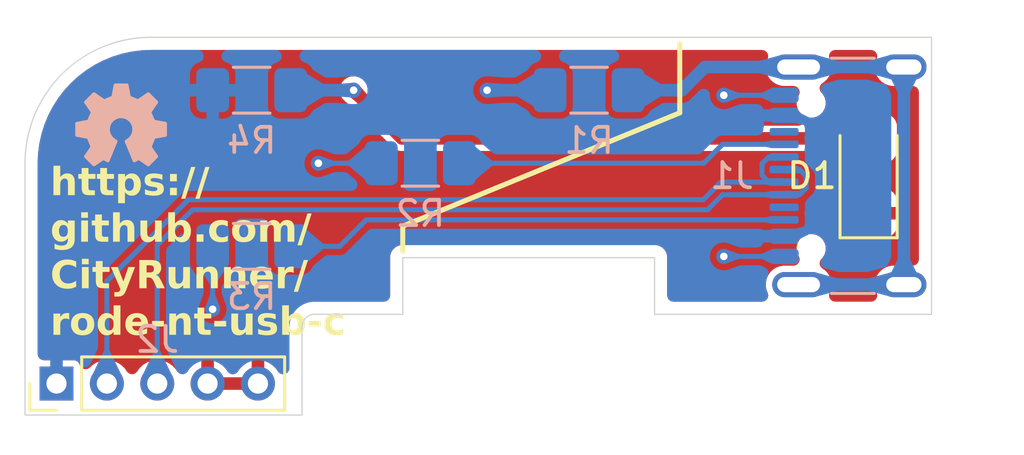
<source format=kicad_pcb>
(kicad_pcb (version 20241229) (generator "pcbnew") (generator_version "9.0")
  (layers (0 "F.Cu" signal) (2 "B.Cu" signal) (13 "F.Paste" user) (15 "B.Paste" user) (5 "F.SilkS" user "F.Silkscreen") (7 "B.SilkS" user "B.Silkscreen") (1 "F.Mask" user) (3 "B.Mask" user) (25 "Edge.Cuts" user))
  (net 0 "")
  (net 1 "+5V")
  (net 2 "D-")
  (net 3 "D+")
  (net 4 "Net-(J1-SHIELD)")
  (net 5 "GND")
  (net 7 "Net-(J1-CC2)")
  (net 8 "Net-(J1-CC1)")
  (net 10 "Net-(D1-A)")
  (footprint "LED_SMD:LED_1206_3216Metric_Pad1.42x1.75mm_HandSolder" (layer "F.Cu") (at 109.5 59 90)
    (property "Reference" "D1" (at 0 -2.25 180) (layer "F.SilkS"))
    (property "Value" "LED")
    (fp_line (start 1.6 -1.135) (end -2.46 -1.135) (stroke (width 0.12)) (layer "F.SilkS"))
    (fp_line (start -2.46 -1.135) (end -2.46 1.135) (stroke (width 0.12)) (layer "F.SilkS"))
    (fp_line (start -2.46 1.135) (end 1.6 1.135) (stroke (width 0.12)) (layer "F.SilkS"))
    (pad "1" smd roundrect (at -1.4875 0 90) (size 1.425 1.75) (layers "F.Cu" "F.Mask" "F.Paste") (roundrect_rratio 0.175439) (net 5 "GND"))
    (pad "2" smd roundrect (at 1.4875 0 90) (size 1.425 1.75) (layers "F.Cu" "F.Mask" "F.Paste") (roundrect_rratio 0.175439) (net 10 "Net-(D1-A)"))
  )
  (footprint "Connector_PinHeader_2.00mm:PinHeader_1x05_P2.00mm_Vertical" (layer "F.Cu") (at 77.25 67.25 90)
    (property "Reference" "J2" (at 1.75 4 0) (layer "B.SilkS") (effects (justify mirror)))
    (property "Value" "Conn_01x05_Pin")
    (fp_line (start -1.06 -1.06) (end 0 -1.06) (stroke (width 0.12)) (layer "F.SilkS"))
    (fp_line (start -1.06 0) (end -1.06 -1.06) (stroke (width 0.12)) (layer "F.SilkS"))
    (fp_line (start 1.06 1) (end 1.06 9.06) (stroke (width 0.12)) (layer "F.SilkS"))
    (fp_line (start -1.06 1) (end 1.06 1) (stroke (width 0.12)) (layer "F.SilkS"))
    (fp_line (start -1.06 1) (end -1.06 9.06) (stroke (width 0.12)) (layer "F.SilkS"))
    (fp_line (start -1.06 9.06) (end 1.06 9.06) (stroke (width 0.12)) (layer "F.SilkS"))
    (pad "1" thru_hole rect (at 0 0 90) (size 1.35 1.35) (drill 0.8) (layers "*.Cu" "*.Mask") (net 1 "+5V"))
    (pad "2" thru_hole oval (at 0 2 90) (size 1.35 1.35) (drill 0.8) (layers "*.Cu" "*.Mask") (net 2 "D-"))
    (pad "3" thru_hole oval (at 0 4 90) (size 1.35 1.35) (drill 0.8) (layers "*.Cu" "*.Mask") (net 3 "D+"))
    (pad "4" thru_hole oval (at 0 6 90) (size 1.35 1.35) (drill 0.8) (layers "*.Cu" "*.Mask") (net 5 "GND"))
    (pad "5" thru_hole oval (at 0 8 90) (size 1.35 1.35) (drill 0.8) (layers "*.Cu" "*.Mask") (net 5 "GND"))
  )
  (footprint "Connector_USB:USB_C_Receptacle_GCT_USB4105-xx-A_16P_TopMnt_Horizontal" (layer "B.Cu") (at 109.825 59 -90)
    (property "Reference" "J1" (at 0 5.75 0) (layer "B.SilkS") (effects (justify mirror)))
    (property "Value" "USB_C_Receptacle")
    (fp_line (start -4.67 0.1) (end -4.67 1.8) (stroke (width 0.12)) (layer "B.SilkS"))
    (fp_line (start 4.67 0.1) (end 4.67 1.8) (stroke (width 0.12)) (layer "B.SilkS"))
    (pad "" np_thru_hole circle (at -2.89 2.605 270) (size 0.65 0.65) (drill 0.65) (layers "*.Cu" "*.Mask"))
    (pad "" np_thru_hole circle (at 2.89 2.605 270) (size 0.65 0.65) (drill 0.65) (layers "*.Cu" "*.Mask"))
    (pad "A1" smd roundrect (at -3.2 3.68 270) (size 0.6 1.15) (layers "B.Cu" "B.Mask" "B.Paste") (net 5 "GND"))
    (pad "A4" smd roundrect (at -2.4 3.68 270) (size 0.6 1.15) (layers "B.Cu" "B.Mask" "B.Paste") (net 1 "+5V"))
    (pad "A5" smd roundrect (at -1.25 3.68 270) (size 0.3 1.15) (layers "B.Cu" "B.Mask" "B.Paste") (net 8 "Net-(J1-CC1)"))
    (pad "A6" smd roundrect (at -0.25 3.68 270) (size 0.3 1.15) (layers "B.Cu" "B.Mask" "B.Paste") (net 3 "D+"))
    (pad "A7" smd roundrect (at 0.25 3.68 270) (size 0.3 1.15) (layers "B.Cu" "B.Mask" "B.Paste") (net 2 "D-"))
    (pad "A8" smd roundrect (at 1.25 3.68 270) (size 0.3 1.15) (layers "B.Cu" "B.Mask" "B.Paste"))
    (pad "A9" smd roundrect (at 2.4 3.68 270) (size 0.6 1.15) (layers "B.Cu" "B.Mask" "B.Paste") (net 1 "+5V"))
    (pad "A12" smd roundrect (at 3.2 3.68 270) (size 0.6 1.15) (layers "B.Cu" "B.Mask" "B.Paste") (net 5 "GND"))
    (pad "B1" smd roundrect (at 3.2 3.68 270) (size 0.6 1.15) (layers "B.Cu" "B.Mask" "B.Paste") (net 5 "GND"))
    (pad "B4" smd roundrect (at 2.4 3.68 270) (size 0.6 1.15) (layers "B.Cu" "B.Mask" "B.Paste") (net 1 "+5V"))
    (pad "B5" smd roundrect (at 1.75 3.68 270) (size 0.3 1.15) (layers "B.Cu" "B.Mask" "B.Paste") (net 7 "Net-(J1-CC2)"))
    (pad "B6" smd roundrect (at 0.75 3.68 270) (size 0.3 1.15) (layers "B.Cu" "B.Mask" "B.Paste") (net 3 "D+"))
    (pad "B7" smd roundrect (at -0.75 3.68 270) (size 0.3 1.15) (layers "B.Cu" "B.Mask" "B.Paste") (net 2 "D-"))
    (pad "B8" smd roundrect (at -1.75 3.68 270) (size 0.3 1.15) (layers "B.Cu" "B.Mask" "B.Paste"))
    (pad "B9" smd roundrect (at -2.4 3.68 270) (size 0.6 1.15) (layers "B.Cu" "B.Mask" "B.Paste") (net 1 "+5V"))
    (pad "B12" smd roundrect (at -3.2 3.68 270) (size 0.6 1.15) (layers "B.Cu" "B.Mask" "B.Paste") (net 5 "GND"))
    (pad "S1" thru_hole oval (at -4.32 -1.075 270) (size 1 1.8) (drill oval 0.6 1.4) (property pad_prop_heatsink) (layers "*.Cu" "*.Mask" "B.Paste") (net 4 "Net-(J1-SHIELD)"))
    (pad "S1" thru_hole oval (at -4.32 3.105 270) (size 1 2.1) (drill oval 0.6 1.7) (property pad_prop_heatsink) (layers "*.Cu" "*.Mask" "B.Paste") (net 4 "Net-(J1-SHIELD)"))
    (pad "S1" thru_hole oval (at 4.32 -1.075 270) (size 1 1.8) (drill oval 0.6 1.4) (property pad_prop_heatsink) (layers "*.Cu" "*.Mask" "B.Paste") (net 4 "Net-(J1-SHIELD)"))
    (pad "S1" thru_hole oval (at 4.32 3.105 270) (size 1 2.1) (drill oval 0.6 1.7) (property pad_prop_heatsink) (layers "*.Cu" "*.Mask" "B.Paste") (net 4 "Net-(J1-SHIELD)"))
  )
  (footprint "Resistor_SMD:R_1206_3216Metric_Pad1.30x1.75mm_HandSolder" (layer "B.Cu") (at 85 61.8 180)
    (property "Reference" "R3" (at 0 -2 0) (layer "B.SilkS") (effects (justify mirror)))
    (property "Value" "5.11K")
    (fp_line (start -0.727064 0.91) (end 0.727064 0.91) (stroke (width 0.12)) (layer "B.SilkS"))
    (fp_line (start -0.727064 -0.91) (end 0.727064 -0.91) (stroke (width 0.12)) (layer "B.SilkS"))
    (pad "1" smd roundrect (at -1.55 0 180) (size 1.3 1.75) (layers "B.Cu" "B.Mask" "B.Paste") (roundrect_rratio 0.192308) (net 7 "Net-(J1-CC2)"))
    (pad "2" smd roundrect (at 1.55 0 180) (size 1.3 1.75) (layers "B.Cu" "B.Mask" "B.Paste") (roundrect_rratio 0.192308) (net 5 "GND"))
  )
  (footprint "Resistor_SMD:R_1206_3216Metric_Pad1.30x1.75mm_HandSolder" (layer "B.Cu") (at 91.7 58.5 180)
    (property "Reference" "R2" (at 0 -2 0) (layer "B.SilkS") (effects (justify mirror)))
    (property "Value" "5.11K")
    (fp_line (start -0.727064 0.91) (end 0.727064 0.91) (stroke (width 0.12)) (layer "B.SilkS"))
    (fp_line (start -0.727064 -0.91) (end 0.727064 -0.91) (stroke (width 0.12)) (layer "B.SilkS"))
    (pad "1" smd roundrect (at -1.55 0 180) (size 1.3 1.75) (layers "B.Cu" "B.Mask" "B.Paste") (roundrect_rratio 0.192308) (net 8 "Net-(J1-CC1)"))
    (pad "2" smd roundrect (at 1.55 0 180) (size 1.3 1.75) (layers "B.Cu" "B.Mask" "B.Paste") (roundrect_rratio 0.192308) (net 5 "GND"))
  )
  (footprint "Resistor_SMD:R_1206_3216Metric_Pad1.30x1.75mm_HandSolder" (layer "B.Cu") (at 85 55.6 180)
    (property "Reference" "R4" (at 0 -2 0) (layer "B.SilkS") (effects (justify mirror)))
    (property "Value" "R")
    (fp_line (start -0.727064 0.91) (end 0.727064 0.91) (stroke (width 0.12)) (layer "B.SilkS"))
    (fp_line (start -0.727064 -0.91) (end 0.727064 -0.91) (stroke (width 0.12)) (layer "B.SilkS"))
    (pad "1" smd roundrect (at -1.55 0 180) (size 1.3 1.75) (layers "B.Cu" "B.Mask" "B.Paste") (roundrect_rratio 0.192308) (net 10 "Net-(D1-A)"))
    (pad "2" smd roundrect (at 1.55 0 180) (size 1.3 1.75) (layers "B.Cu" "B.Mask" "B.Paste") (roundrect_rratio 0.192308) (net 1 "+5V"))
  )
  (footprint "Resistor_SMD:R_1206_3216Metric_Pad1.30x1.75mm_HandSolder" (layer "B.Cu") (at 98.4 55.6 180)
    (property "Reference" "R1" (at 0 -2 0) (layer "B.SilkS") (effects (justify mirror)))
    (property "Value" "1M")
    (fp_line (start -0.727064 0.91) (end 0.727064 0.91) (stroke (width 0.12)) (layer "B.SilkS"))
    (fp_line (start -0.727064 -0.91) (end 0.727064 -0.91) (stroke (width 0.12)) (layer "B.SilkS"))
    (pad "1" smd roundrect (at -1.55 0 180) (size 1.3 1.75) (layers "B.Cu" "B.Mask" "B.Paste") (roundrect_rratio 0.192308) (net 4 "Net-(J1-SHIELD)"))
    (pad "2" smd roundrect (at 1.55 0 180) (size 1.3 1.75) (layers "B.Cu" "B.Mask" "B.Paste") (roundrect_rratio 0.192308) (net 5 "GND"))
  )
  (gr_poly (pts (xy 107.5 57) (xy 106.5 56.5) (xy 105.5 56.5) (xy 107.5 57)) (stroke (width 0.25)) (fill yes) (layer "B.Cu") (net 1))
  (gr_poly (pts (xy 105.5 61.5) (xy 107.5 61) (xy 106.5 61.5)) (stroke (width 0.25)) (fill yes) (layer "B.Cu") (net 1))
  (gr_line (start 102 53.75) (end 102 56.5) (stroke (width 0.2)) (layer "F.SilkS"))
  (gr_line (start 91 61) (end 91 62) (stroke (width 0.2)) (layer "F.SilkS"))
  (gr_line (start 102 56.5) (end 91 61) (stroke (width 0.2)) (layer "F.SilkS"))
  (gr_line (start 80.146077 55.851498) (end 80.062336 55.401627) (stroke (width 0.1)) (layer "B.SilkS"))
  (gr_line (start 78.751167 58.567023) (end 79.096131 58.330247) (stroke (width 0.1)) (layer "B.SilkS"))
  (gr_line (start 80.973243 56.492372) (end 80.97536 56.458743) (stroke (width 0.1)) (layer "B.SilkS"))
  (gr_line (start 80.057811 57.59153) (end 80.019738 57.61484) (stroke (width 0.1)) (layer "B.SilkS"))
  (gr_line (start 79.096131 58.330247) (end 79.129204 58.329109) (stroke (width 0.1)) (layer "B.SilkS"))
  (gr_curve (pts (xy 79.548674 57.573089) (xy 79.411328 57.485141) (xy 79.320206 57.331286) (xy 79.320206 57.156079)) (stroke (width 0.1)) (layer "B.SilkS"))
  (gr_line (start 79.306342 58.401129) (end 79.620032 57.643177) (stroke (width 0.1)) (layer "B.SilkS"))
  (gr_line (start 80.909426 58.564271) (end 81.226 58.24775) (stroke (width 0.1)) (layer "B.SilkS"))
  (gr_line (start 80.039132 55.382339) (end 79.591457 55.382339) (stroke (width 0.1)) (layer "B.SilkS"))
  (gr_line (start 81.142894 57.479532) (end 81.567154 57.40058) (stroke (width 0.1)) (layer "B.SilkS"))
  (gr_curve (pts (xy 81.228778 56.089385) (xy 81.234837 56.080495) (xy 81.233647 56.066975) (xy 81.226 56.059328)) (stroke (width 0.1)) (layer "B.SilkS"))
  (gr_line (start 79.610824 57.61484) (end 79.572751 57.59153) (stroke (width 0.1)) (layer "B.SilkS"))
  (gr_curve (pts (xy 80.019738 57.61484) (xy 80.010583 57.620476) (xy 80.006403 57.633202) (xy 80.01053 57.643177)) (stroke (width 0.1)) (layer "B.SilkS"))
  (gr_line (start 78.721137 55.742807) (end 78.404589 56.059328) (stroke (width 0.1)) (layer "B.SilkS"))
  (gr_line (start 79.160795 56.000379) (end 79.127008 55.997945) (stroke (width 0.1)) (layer "B.SilkS"))
  (gr_line (start 78.063356 57.400554) (end 78.487615 57.479506) (stroke (width 0.1)) (layer "B.SilkS"))
  (gr_line (start 78.512804 57.50181) (end 78.645254 57.832672) (stroke (width 0.1)) (layer "B.SilkS"))
  (gr_line (start 80.501332 58.329136) (end 80.534405 58.330273) (stroke (width 0.1)) (layer "B.SilkS"))
  (gr_line (start 80.879449 55.740029) (end 80.503608 55.997945) (stroke (width 0.1)) (layer "B.SilkS"))
  (gr_curve (pts (xy 79.320206 57.156079) (xy 79.320206 56.882659) (xy 79.541874 56.661017) (xy 79.815268 56.661017)) (stroke (width 0.1)) (layer "B.SilkS"))
  (gr_line (start 81.226 56.059328) (end 80.909479 55.742807) (stroke (width 0.1)) (layer "B.SilkS"))
  (gr_curve (pts (xy 80.062336 55.401627) (xy 80.060378 55.391017) (xy 80.049927 55.382339) (xy 80.039132 55.382339)) (stroke (width 0.1)) (layer "B.SilkS"))
  (gr_line (start 81.117732 57.501836) (end 81.142894 57.479532) (stroke (width 0.1)) (layer "B.SilkS"))
  (gr_line (start 78.655255 56.458743) (end 78.657346 56.492372) (stroke (width 0.1)) (layer "B.SilkS"))
  (gr_curve (pts (xy 78.401758 58.21764) (xy 78.395673 58.22653) (xy 78.396916 58.240077) (xy 78.404536 58.247723)) (stroke (width 0.1)) (layer "B.SilkS"))
  (gr_line (start 79.462341 55.876951) (end 79.160795 56.000379) (stroke (width 0.1)) (layer "B.SilkS"))
  (gr_poly (pts (xy 80.040143 55.382364) (xy 80.04115 55.382439) (xy 80.042152 55.382562) (xy 80.043148 55.382733) (xy 80.044136 55.382949) (xy 80.045114 55.38321) (xy 80.046082 55.383514) (xy 80.047036 55.383861) (xy 80.047977 55.384248) (xy 80.048903 55.384676) (xy 80.049811 55.385141) (xy 80.050702 55.385644) (xy 80.051572 55.386183) (xy 80.052421 55.386757) (xy 80.053246 55.387365) (xy 80.054048 55.388004) (xy 80.054824 55.388675) (xy 80.055572 55.389376) (xy 80.056291 55.390105) (xy 80.05698 55.390862) (xy 80.057637 55.391645) (xy 80.058261 55.392452) (xy 80.05885 55.393284) (xy 80.059402 55.394137) (xy 80.059917 55.395012) (xy 80.060393 55.395907) (xy 80.060827 55.396821) (xy 80.06122 55.397752) (xy 80.061568 55.3987) (xy 80.061871 55.399662) (xy 80.062128 55.400638) (xy 80.062336 55.401627) (xy 80.146077 55.851498) (xy 80.146288 55.852495) (xy 80.146545 55.853495) (xy 80.147189 55.855499) (xy 80.147997 55.857497) (xy 80.148958 55.859475) (xy 80.15006 55.861421) (xy 80.151293 55.863321) (xy 80.152644 55.865163) (xy 80.154104 55.866933) (xy 80.155659 55.868619) (xy 80.1573 55.870207) (xy 80.159015 55.871684) (xy 80.160792 55.873037) (xy 80.162621 55.874254) (xy 80.16449 55.87532) (xy 80.165435 55.875793) (xy 80.166387 55.876224) (xy 80.167343 55.87661) (xy 80.168302 55.876951) (xy 80.469821 56.000379) (xy 80.471694 56.001204) (xy 80.473681 56.001893) (xy 80.475763 56.002447) (xy 80.477924 56.002867) (xy 80.480146 56.003156) (xy 80.482411 56.003313) (xy 80.484702 56.003341) (xy 80.487002 56.00324) (xy 80.489293 56.003012) (xy 80.491557 56.002657) (xy 80.493777 56.002177) (xy 80.495936 56.001574) (xy 80.498016 56.000847) (xy 80.5 56) (xy 80.50187 55.999032) (xy 80.503608 55.997945) (xy 80.879449 55.740029) (xy 80.880295 55.739478) (xy 80.881167 55.738969) (xy 80.882062 55.738503) (xy 80.882978 55.73808) (xy 80.883913 55.737699) (xy 80.884866 55.737361) (xy 80.885834 55.737064) (xy 80.886816 55.73681) (xy 80.88781 55.736597) (xy 80.888813 55.736425) (xy 80.890841 55.736206) (xy 80.892885 55.736151) (xy 80.89493 55.736259) (xy 80.896961 55.736528) (xy 80.898961 55.736956) (xy 80.900916 55.737544) (xy 80.901872 55.737896) (xy 80.902811 55.738288) (xy 80.903731 55.738718) (xy 80.90463 55.739188) (xy 80.905506 55.739696) (xy 80.906358 55.740242) (xy 80.907183 55.740826) (xy 80.907979 55.741449) (xy 80.908745 55.742109) (xy 80.909479 55.742807) (xy 81.226 56.059328) (xy 81.226698 56.060062) (xy 81.227358 56.060828) (xy 81.22798 56.061625) (xy 81.228563 56.062451) (xy 81.229109 56.063303) (xy 81.229615 56.06418) (xy 81.230512 56.066) (xy 81.231253 56.067897) (xy 81.231837 56.069855) (xy 81.232263 56.071858) (xy 81.232529 56.07389) (xy 81.232634 56.075938) (xy 81.232578 56.077984) (xy 81.232359 56.080015) (xy 81.231975 56.082013) (xy 81.231427 56.083965) (xy 81.23109 56.084919) (xy 81.230712 56.085855) (xy 81.230292 56.086771) (xy 81.229829 56.087666) (xy 81.229325 56.088538) (xy 81.228778 56.089385) (xy 80.97536 56.458743) (xy 80.97427 56.460489) (xy 80.973303 56.462362) (xy 80.972459 56.464345) (xy 80.97174 56.46642) (xy 80.971147 56.468571) (xy 80.970681 56.470781) (xy 80.970343 56.473033) (xy 80.970134 56.47531) (xy 80.970056 56.477594) (xy 80.970109 56.479869) (xy 80.970294 56.482118) (xy 80.970612 56.484323) (xy 80.971065 56.486468) (xy 80.971654 56.488536) (xy 80.97238 56.49051) (xy 80.973243 56.492372) (xy 81.106567 56.803416) (xy 81.107328 56.805326) (xy 81.108265 56.807218) (xy 81.109362 56.809082) (xy 81.110608 56.810906) (xy 81.111989 56.812678) (xy 81.113492 56.814388) (xy 81.115103 56.816024) (xy 81.11681 56.817575) (xy 81.118599 56.819029) (xy 81.120457 56.820375) (xy 81.12237 56.821603) (xy 81.124326 56.8227) (xy 81.126312 56.823656) (xy 81.128313 56.824459) (xy 81.130317 56.825098) (xy 81.132311 56.825562) (xy 81.567259 56.906445) (xy 81.568246 56.906658) (xy 81.56922 56.906918) (xy 81.57018 56.907226) (xy 81.571126 56.907578) (xy 81.572055 56.907973) (xy 81.572967 56.90841) (xy 81.57386 56.908888) (xy 81.574733 56.909405) (xy 81.576416 56.91055) (xy 81.578003 56.911834) (xy 81.579487 56.913244) (xy 81.580856 56.914769) (xy 81.5821 56.916398) (xy 81.583211 56.918118) (xy 81.584177 56.919917) (xy 81.584603 56.920843) (xy 81.584989 56.921785) (xy 81.585334 56.922741) (xy 81.585636 56.923709) (xy 81.585895 56.924689) (xy 81.58611 56.925678) (xy 81.586278 56.926675) (xy 81.586399 56.927679) (xy 81.586472 56.928688) (xy 81.586495 56.929701) (xy 81.586442 57.37735) (xy 81.586416 57.378361) (xy 81.586341 57.379369) (xy 81.586218 57.380372) (xy 81.586047 57.381368) (xy 81.58583 57.382357) (xy 81.585569 57.383337) (xy 81.585264 57.384306) (xy 81.584916 57.385262) (xy 81.584528 57.386205) (xy 81.5841 57.387132) (xy 81.583633 57.388043) (xy 81.583129 57.388935) (xy 81.58259 57.389807) (xy 81.582015 57.390658) (xy 81.581407 57.391486) (xy 81.580766 57.392289) (xy 81.580095 57.393066) (xy 81.579394 57.393816) (xy 81.578664 57.394537) (xy 81.577907 57.395228) (xy 81.577125 57.395886) (xy 81.576317 57.396511) (xy 81.575486 57.397101) (xy 81.574632 57.397654) (xy 81.573758 57.398169) (xy 81.572864 57.398644) (xy 81.571951 57.399079) (xy 81.571021 57.39947) (xy 81.570075 57.399818) (xy 81.569114 57.40012) (xy 81.56814 57.400374) (xy 81.567154 57.40058) (xy 81.142894 57.479532) (xy 81.141895 57.479737) (xy 81.140895 57.479988) (xy 81.139893 57.480284) (xy 81.138893 57.480623) (xy 81.136901 57.481426) (xy 81.134933 57.482385) (xy 81.133001 57.483488) (xy 81.131117 57.484724) (xy 81.129294 57.486082) (xy 81.127545 57.487549) (xy 81.125882 57.489114) (xy 81.124319 57.490766) (xy 81.122868 57.492492) (xy 81.121541 57.494281) (xy 81.120351 57.496122) (xy 81.119311 57.498002) (xy 81.118434 57.499911) (xy 81.11806 57.500872) (xy 81.117732 57.501836) (xy 80.985282 57.832698) (xy 80.984463 57.83458) (xy 80.983779 57.836573) (xy 80.983231 57.83866) (xy 80.982817 57.840823) (xy 80.982534 57.843046) (xy 80.982383 57.845311) (xy 80.982361 57.847601) (xy 80.982467 57.849899) (xy 80.9827 57.852187) (xy 80.983059 57.854448) (xy 80.983542 57.856665) (xy 80.984147 57.858821) (xy 80.984874 57.860898) (xy 80.985721 57.862879) (xy 80.986686 57.864747) (xy 80.987769 57.866485) (xy 81.228778 58.217667) (xy 81.229329 58.218513) (xy 81.229838 58.219386) (xy 81.230303 58.220281) (xy 81.230727 58.221198) (xy 81.231107 58.222135) (xy 81.231446 58.223089) (xy 81.231743 58.224059) (xy 81.231997 58.225042) (xy 81.23221 58.226038) (xy 81.232382 58.227043) (xy 81.232601 58.229076) (xy 81.232656 58.231125) (xy 81.232548 58.233175) (xy 81.232279 58.23521) (xy 81.23185 58.237215) (xy 81.231263 58.239175) (xy 81.230911 58.240133) (xy 81.230519 58.241074) (xy 81.230088 58.241995) (xy 81.229619 58.242896) (xy 81.229111 58.243774) (xy 81.228565 58.244626) (xy 81.227981 58.245452) (xy 81.227358 58.24625) (xy 81.226698 58.247016) (xy 81.226 58.24775) (xy 80.909426 58.564271) (xy 80.908697 58.564964) (xy 80.907935 58.56562) (xy 80.907142 58.566238) (xy 80.90632 58.566819) (xy 80.905471 58.567362) (xy 80.904596 58.567866) (xy 80.90278 58.56876) (xy 80.900886 58.5695) (xy 80.898931 58.570084) (xy 80.896929 58.570511) (xy 80.894897 58.57078) (xy 80.892849 58.570888) (xy 80.890802 58.570835) (xy 80.88877 58.570619) (xy 80.88677 58.570239) (xy 80.884817 58.569693) (xy 80.883863 58.569358) (xy 80.882927 58.568981) (xy 80.88201 58.568561) (xy 80.881114 58.5681) (xy 80.880242 58.567596) (xy 80.879396 58.567049) (xy 80.534405 58.330273) (xy 80.532671 58.329194) (xy 80.530814 58.328247) (xy 80.52885 58.327434) (xy 80.526797 58.326754) (xy 80.524671 58.326209) (xy 80.52249 58.325797) (xy 80.52027 58.325521) (xy 80.518028 58.325379) (xy 80.515781 58.325372) (xy 80.513546 58.325501) (xy 80.511339 58.325765) (xy 80.509179 58.326166) (xy 80.507081 58.326703) (xy 80.505063 58.327377) (xy 80.503141 58.328188) (xy 80.501332 58.329136) (xy 80.349197 58.410363) (xy 80.348287 58.410795) (xy 80.34737 58.411176) (xy 80.346447 58.411504) (xy 80.345519 58.411782) (xy 80.344589 58.412008) (xy 80.343657 58.412185) (xy 80.342726 58.412313) (xy 80.341796 58.412392) (xy 80.340871 58.412422) (xy 80.33995 58.412405) (xy 80.339036 58.412341) (xy 80.33813 58.412231) (xy 80.337234 58.412074) (xy 80.33635 58.411872) (xy 80.335478 58.411626) (xy 80.334622 58.411335) (xy 80.333781 58.411001) (xy 80.332958 58.410624) (xy 80.332155 58.410204) (xy 80.331372 58.409743) (xy 80.330613 58.40924) (xy 80.329877 58.408697) (xy 80.329167 58.408113) (xy 80.328484 58.40749) (xy 80.32783 58.406829) (xy 80.327206 58.406129) (xy 80.326615 58.405391) (xy 80.326057 58.404616) (xy 80.325535 58.403804) (xy 80.325049 58.402956) (xy 80.324601 58.402073) (xy 80.324194 58.401155) (xy 80.01053 57.643177) (xy 80.010167 57.642234) (xy 80.009853 57.641277) (xy 80.009586 57.640307) (xy 80.009365 57.639327) (xy 80.009191 57.638337) (xy 80.009063 57.637341) (xy 80.008979 57.636339) (xy 80.00894 57.635334) (xy 80.008945 57.634327) (xy 80.008993 57.63332) (xy 80.009083 57.632315) (xy 80.009216 57.631314) (xy 80.00939 57.630318) (xy 80.009604 57.629329) (xy 80.009859 57.62835) (xy 80.010153 57.627381) (xy 80.010486 57.626426) (xy 80.010858 57.625484) (xy 80.011267 57.624559) (xy 80.011713 57.623653) (xy 80.012196 57.622766) (xy 80.012714 57.6219) (xy 80.013268 57.621059) (xy 80.013856 57.620243) (xy 80.014479 57.619453) (xy 80.015135 57.618693) (xy 80.015823 57.617964) (xy 80.016544 57.617267) (xy 80.017297 57.616604) (xy 80.01808 57.615977) (xy 80.018894 57.615389) (xy 80.019738 57.61484) (xy 80.057811 57.59153) (xy 80.060552 57.589785) (xy 80.063477 57.587793) (xy 80.066533 57.585598) (xy 80.069665 57.583242) (xy 80.072815 57.58077) (xy 80.075931 57.578225) (xy 80.078956 57.57565) (xy 80.081835 57.573089) (xy 80.107039 57.555837) (xy 80.131093 57.537106) (xy 80.153931 57.516961) (xy 80.175487 57.495467) (xy 80.195696 57.472689) (xy 80.214492 57.448693) (xy 80.23181 57.423543) (xy 80.247584 57.397306) (xy 80.261747 57.370047) (xy 80.274236 57.34183) (xy 80.284983 57.312721) (xy 80.293923 57.282785) (xy 80.300991 57.252088) (xy 80.306121 57.220694) (xy 80.309247 57.188669) (xy 80.310303 57.156079) (xy 80.309659 57.130603) (xy 80.307747 57.105461) (xy 80.304599 57.080685) (xy 80.300246 57.056305) (xy 80.294718 57.032354) (xy 80.288047 57.008861) (xy 80.280264 56.985858) (xy 80.2714 56.963377) (xy 80.261486 56.941447) (xy 80.250554 56.920101) (xy 80.238634 56.899369) (xy 80.225757 56.879283) (xy 80.211955 56.859874) (xy 80.197259 56.841172) (xy 80.1817 56.823209) (xy 80.165308 56.806016) (xy 80.148116 56.789624) (xy 80.130154 56.774064) (xy 80.111453 56.759367) (xy 80.092044 56.745565) (xy 80.071959 56.732688) (xy 80.051228 56.720768) (xy 80.029883 56.709835) (xy 80.007955 56.699921) (xy 79.985475 56.691057) (xy 79.962474 56.683274) (xy 79.938983 56.676603) (xy 79.915033 56.671075) (xy 79.890655 56.666721) (xy 79.865881 56.663573) (xy 79.840742 56.661661) (xy 79.815268 56.661017) (xy 79.789794 56.661661) (xy 79.764654 56.663573) (xy 79.73988 56.666721) (xy 79.715502 56.671075) (xy 79.691551 56.676603) (xy 79.668059 56.683274) (xy 79.645057 56.691057) (xy 79.622576 56.699921) (xy 79.600647 56.709835) (xy 79.579301 56.720768) (xy 79.55857 56.732688) (xy 79.538483 56.745565) (xy 79.519073 56.759367) (xy 79.500371 56.774064) (xy 79.482408 56.789624) (xy 79.465214 56.806016) (xy 79.448821 56.823209) (xy 79.433261 56.841172) (xy 79.418563 56.859874) (xy 79.40476 56.879283) (xy 79.391883 56.899369) (xy 79.379962 56.920101) (xy 79.369028 56.941447) (xy 79.359113 56.963377) (xy 79.350249 56.985858) (xy 79.342465 57.008861) (xy 79.335793 57.032354) (xy 79.330265 57.056305) (xy 79.325911 57.080685) (xy 79.322762 57.105461) (xy 79.32085 57.130603) (xy 79.320206 57.156079) (xy 79.320472 57.172441) (xy 79.321263 57.188669) (xy 79.322572 57.204757) (xy 79.32439 57.220694) (xy 79.326709 57.236474) (xy 79.329521 57.252088) (xy 79.332817 57.267527) (xy 79.33659 57.282785) (xy 79.340831 57.297852) (xy 79.345532 57.312721) (xy 79.350684 57.327383) (xy 79.35628 57.34183) (xy 79.362312 57.356054) (xy 79.36877 57.370047) (xy 79.382935 57.397306) (xy 79.39871 57.423544) (xy 79.416028 57.448693) (xy 79.434825 57.472689) (xy 79.455033 57.495467) (xy 79.476588 57.516961) (xy 79.499424 57.537106) (xy 79.523474 57.555837) (xy 79.548674 57.573089) (xy 79.551569 57.57565) (xy 79.554605 57.578225) (xy 79.557727 57.58077) (xy 79.560881 57.583242) (xy 79.564014 57.585598) (xy 79.567073 57.587793) (xy 79.570003 57.589785) (xy 79.572751 57.59153) (xy 79.610824 57.61484) (xy 79.611673 57.615389) (xy 79.612491 57.615977) (xy 79.613278 57.616604) (xy 79.614034 57.617267) (xy 79.614758 57.617964) (xy 79.615449 57.618693) (xy 79.616732 57.620243) (xy 79.617877 57.6219) (xy 79.618879 57.623653) (xy 79.619735 57.625484) (xy 79.620439 57.627381) (xy 79.620986 57.629329) (xy 79.621372 57.631314) (xy 79.621592 57.63332) (xy 79.621641 57.635334) (xy 79.621514 57.637341) (xy 79.621383 57.638337) (xy 79.621207 57.639327) (xy 79.620984 57.640307) (xy 79.620714 57.641277) (xy 79.620397 57.642234) (xy 79.620032 57.643177) (xy 79.306342 58.401129) (xy 79.305935 58.402047) (xy 79.305487 58.40293) (xy 79.305001 58.403778) (xy 79.304478 58.40459) (xy 79.303919 58.405366) (xy 79.303327 58.406105) (xy 79.302703 58.406805) (xy 79.302048 58.407468) (xy 79.301365 58.408092) (xy 79.300654 58.408676) (xy 79.299917 58.40922) (xy 79.299157 58.409723) (xy 79.298373 58.410186) (xy 79.297569 58.410606) (xy 79.296746 58.410984) (xy 79.295904 58.411319) (xy 79.295047 58.41161) (xy 79.294175 58.411857) (xy 79.29329 58.412059) (xy 79.292394 58.412216) (xy 79.291488 58.412327) (xy 79.290574 58.412391) (xy 79.289654 58.412408) (xy 79.288728 58.412377) (xy 79.287799 58.412297) (xy 79.286869 58.412169) (xy 79.285938 58.411991) (xy 79.285009 58.411763) (xy 79.284083 58.411484) (xy 79.283162 58.411154) (xy 79.282246 58.410771) (xy 79.281339 58.410337) (xy 79.129204 58.329109) (xy 79.127399 58.328162) (xy 79.125481 58.327352) (xy 79.123465 58.326679) (xy 79.121368 58.326143) (xy 79.119208 58.325744) (xy 79.117002 58.325481) (xy 79.114766 58.325354) (xy 79.112518 58.325362) (xy 79.110275 58.325505) (xy 79.108053 58.325783) (xy 79.10587 58.326194) (xy 79.103743 58.326739) (xy 79.101688 58.327418) (xy 79.099723 58.328229) (xy 79.097865 58.329172) (xy 79.096131 58.330247) (xy 78.751167 58.567023) (xy 78.750318 58.567569) (xy 78.749444 58.568073) (xy 78.748546 58.568535) (xy 78.747628 58.568954) (xy 78.74669 58.569332) (xy 78.745735 58.569667) (xy 78.744765 58.569961) (xy 78.74378 58.570213) (xy 78.742785 58.570423) (xy 78.74178 58.570593) (xy 78.739748 58.570808) (xy 78.7377 58.570862) (xy 78.735652 58.570753) (xy 78.73362 58.570485) (xy 78.731618 58.570058) (xy 78.729662 58.569474) (xy 78.728706 58.569124) (xy 78.727767 58.568734) (xy 78.726848 58.568306) (xy 78.72595 58.56784) (xy 78.725074 58.567335) (xy 78.724224 58.566793) (xy 78.7234 58.566212) (xy 78.722606 58.565594) (xy 78.721842 58.564938) (xy 78.72111 58.564245) (xy 78.404536 58.247723) (xy 78.403841 58.24699) (xy 78.403182 58.246223) (xy 78.402562 58.245426) (xy 78.40198 58.2446) (xy 78.401435 58.243747) (xy 78.400929 58.24287) (xy 78.400032 58.241047) (xy 78.39929 58.239149) (xy 78.398704 58.237189) (xy 78.398276 58.235184) (xy 78.398008 58.233148) (xy 78.3979 58.231098) (xy 78.397954 58.229049) (xy 78.398171 58.227017) (xy 78.398553 58.225016) (xy 78.399102 58.223063) (xy 78.399439 58.222108) (xy 78.399818 58.221172) (xy 78.400239 58.220255) (xy 78.400703 58.219359) (xy 78.401209 58.218487) (xy 78.401758 58.21764) (xy 78.642741 57.866459) (xy 78.643832 57.864721) (xy 78.644805 57.862853) (xy 78.645658 57.860872) (xy 78.646389 57.858795) (xy 78.646998 57.856639) (xy 78.647482 57.854422) (xy 78.647842 57.852161) (xy 78.648075 57.849873) (xy 78.648181 57.847575) (xy 78.648159 57.845285) (xy 78.648006 57.84302) (xy 78.647723 57.840797) (xy 78.647307 57.838634) (xy 78.646758 57.836547) (xy 78.646074 57.834554) (xy 78.645254 57.832672) (xy 78.512804 57.50181) (xy 78.512478 57.500846) (xy 78.512105 57.499885) (xy 78.51123 57.497976) (xy 78.51019 57.496095) (xy 78.508998 57.494255) (xy 78.507668 57.492465) (xy 78.506213 57.490739) (xy 78.504645 57.489088) (xy 78.502978 57.487523) (xy 78.501224 57.486056) (xy 78.499397 57.484698) (xy 78.497509 57.483462) (xy 78.495573 57.482358) (xy 78.493603 57.481399) (xy 78.491611 57.480597) (xy 78.489611 57.479962) (xy 78.488612 57.479711) (xy 78.487615 57.479506) (xy 78.063356 57.400554) (xy 78.062367 57.400348) (xy 78.061391 57.400094) (xy 78.060429 57.399792) (xy 78.059481 57.399444) (xy 78.05855 57.399052) (xy 78.057636 57.398618) (xy 78.056741 57.398143) (xy 78.055866 57.397628) (xy 78.055012 57.397074) (xy 78.054181 57.396485) (xy 78.052591 57.395201) (xy 78.051105 57.39379) (xy 78.049733 57.392263) (xy 78.048486 57.390631) (xy 78.047373 57.388909) (xy 78.046405 57.387106) (xy 78.04559 57.385236) (xy 78.045243 57.384279) (xy 78.044939 57.383311) (xy 78.044678 57.382331) (xy 78.044462 57.381342) (xy 78.044291 57.380345) (xy 78.044168 57.379342) (xy 78.044093 57.378335) (xy 78.044068 57.377324) (xy 78.044041 56.929675) (xy 78.044067 56.928664) (xy 78.044141 56.927657) (xy 78.044264 56.926655) (xy 78.044434 56.92566) (xy 78.04465 56.924673) (xy 78.04491 56.923695) (xy 78.045214 56.922728) (xy 78.04556 56.921774) (xy 78.045946 56.920834) (xy 78.046373 56.919909) (xy 78.046838 56.919001) (xy 78.04734 56.918111) (xy 78.047878 56.917241) (xy 78.048451 56.916393) (xy 78.049058 56.915567) (xy 78.049697 56.914766) (xy 78.050367 56.91399) (xy 78.051067 56.913242) (xy 78.051796 56.912522) (xy 78.052553 56.911832) (xy 78.053335 56.911174) (xy 78.054143 56.910549) (xy 78.054975 56.909959) (xy 78.055829 56.909405) (xy 78.056704 56.908888) (xy 78.0576 56.90841) (xy 78.058515 56.907973) (xy 78.059447 56.907577) (xy 78.060396 56.907226) (xy 78.06136 56.906918) (xy 78.062338 56.906658) (xy 78.06333 56.906445) (xy 78.498252 56.825562) (xy 78.499251 56.825352) (xy 78.500255 56.825098) (xy 78.502266 56.824459) (xy 78.504273 56.823656) (xy 78.506263 56.8227) (xy 78.508222 56.821603) (xy 78.510137 56.820375) (xy 78.511995 56.819029) (xy 78.513783 56.817575) (xy 78.515488 56.816024) (xy 78.517097 56.814388) (xy 78.518596 56.812678) (xy 78.519973 56.810906) (xy 78.521215 56.809082) (xy 78.522308 56.807218) (xy 78.523239 56.805326) (xy 78.52364 56.804372) (xy 78.523996 56.803416) (xy 78.657346 56.492372) (xy 78.658204 56.49051) (xy 78.658926 56.488536) (xy 78.659512 56.486468) (xy 78.659962 56.484323) (xy 78.660279 56.482118) (xy 78.660463 56.479869) (xy 78.660516 56.477594) (xy 78.660438 56.47531) (xy 78.660231 56.473033) (xy 78.659896 56.470781) (xy 78.659433 56.468571) (xy 78.658845 56.46642) (xy 78.658132 56.464345) (xy 78.657295 56.462362) (xy 78.656336 56.460489) (xy 78.655255 56.458743) (xy 78.401811 56.089385) (xy 78.40126 56.088538) (xy 78.400751 56.087666) (xy 78.400286 56.086771) (xy 78.399863 56.085855) (xy 78.399483 56.084919) (xy 78.399145 56.083965) (xy 78.398849 56.082996) (xy 78.398595 56.082013) (xy 78.398383 56.081019) (xy 78.398212 56.080015) (xy 78.397995 56.077984) (xy 78.397942 56.075938) (xy 78.398051 56.07389) (xy 78.398321 56.071858) (xy 78.39875 56.069855) (xy 78.399337 56.067897) (xy 78.39969 56.06694) (xy 78.400081 56.066) (xy 78.400511 56.06508) (xy 78.400979 56.06418) (xy 78.401486 56.063303) (xy 78.402031 56.062451) (xy 78.402614 56.061625) (xy 78.403235 56.060828) (xy 78.403893 56.060062) (xy 78.404589 56.059328) (xy 78.721137 55.742807) (xy 78.721868 55.742109) (xy 78.722632 55.741449) (xy 78.723427 55.740826) (xy 78.72425 55.740242) (xy 78.725101 55.739696) (xy 78.725976 55.739188) (xy 78.727794 55.738288) (xy 78.729689 55.737544) (xy 78.731645 55.736957) (xy 78.733647 55.736528) (xy 78.735679 55.736259) (xy 78.737727 55.736151) (xy 78.739774 55.736206) (xy 78.741806 55.736425) (xy 78.743807 55.73681) (xy 78.745762 55.737361) (xy 78.746717 55.737699) (xy 78.747655 55.73808) (xy 78.748573 55.738503) (xy 78.74947 55.738969) (xy 78.750345 55.739478) (xy 78.751194 55.740029) (xy 79.127008 55.997945) (xy 79.128741 55.999032) (xy 79.130607 56) (xy 79.132587 56.000847) (xy 79.134664 56.001574) (xy 79.136821 56.002177) (xy 79.13904 56.002657) (xy 79.141303 56.003012) (xy 79.143594 56.00324) (xy 79.145894 56.003341) (xy 79.148186 56.003313) (xy 79.150453 56.003156) (xy 79.152677 56.002868) (xy 79.15484 56.002447) (xy 79.156926 56.001893) (xy 79.158917 56.001204) (xy 79.160795 56.000379) (xy 79.462341 55.876951) (xy 79.46426 55.876224) (xy 79.46616 55.87532) (xy 79.468031 55.874254) (xy 79.469861 55.873037) (xy 79.471639 55.871684) (xy 79.473354 55.870207) (xy 79.474994 55.868619) (xy 79.476549 55.866933) (xy 79.478006 55.865163) (xy 79.479356 55.863321) (xy 79.480587 55.861421) (xy 79.481688 55.859475) (xy 79.482647 55.857497) (xy 79.483454 55.855499) (xy 79.484097 55.853495) (xy 79.484565 55.851498) (xy 79.56828 55.401627) (xy 79.568488 55.400638) (xy 79.568744 55.399662) (xy 79.569048 55.3987) (xy 79.569396 55.397752) (xy 79.569788 55.396821) (xy 79.570223 55.395907) (xy 79.570698 55.395012) (xy 79.571213 55.394137) (xy 79.571765 55.393284) (xy 79.572354 55.392452) (xy 79.573634 55.390862) (xy 79.575042 55.389376) (xy 79.576564 55.388004) (xy 79.57819 55.386757) (xy 79.579908 55.385644) (xy 79.581704 55.384676) (xy 79.582628 55.384248) (xy 79.583568 55.383861) (xy 79.584521 55.383514) (xy 79.585487 55.38321) (xy 79.586464 55.382949) (xy 79.58745 55.382733) (xy 79.588444 55.382562) (xy 79.589444 55.382439) (xy 79.590449 55.382364) (xy 79.591457 55.382339) (xy 80.039132 55.382339)) (stroke (width -0.000001)) (fill yes) (layer "B.SilkS"))
  (gr_curve (pts (xy 78.72111 58.564245) (xy 78.72873 58.571838) (xy 78.74225 58.573081) (xy 78.751167 58.567023)) (stroke (width 0.1)) (layer "B.SilkS"))
  (gr_line (start 78.401811 56.089385) (end 78.655255 56.458743) (stroke (width 0.1)) (layer "B.SilkS"))
  (gr_curve (pts (xy 78.751194 55.740029) (xy 78.742277 55.733917) (xy 78.728757 55.735161) (xy 78.721137 55.742807)) (stroke (width 0.1)) (layer "B.SilkS"))
  (gr_line (start 80.985282 57.832698) (end 81.117732 57.501836) (stroke (width 0.1)) (layer "B.SilkS"))
  (gr_curve (pts (xy 81.586495 56.929701) (xy 81.586521 56.91888) (xy 81.577843 56.908456) (xy 81.567259 56.906445)) (stroke (width 0.1)) (layer "B.SilkS"))
  (gr_curve (pts (xy 78.06333 56.906445) (xy 78.052693 56.908456) (xy 78.044041 56.91888) (xy 78.044041 56.929675)) (stroke (width 0.1)) (layer "B.SilkS"))
  (gr_curve (pts (xy 78.044068 57.377324) (xy 78.044068 57.388119) (xy 78.052746 57.398623) (xy 78.063356 57.400554)) (stroke (width 0.1)) (layer "B.SilkS"))
  (gr_line (start 81.586442 57.37735) (end 81.586495 56.929701) (stroke (width 0.1)) (layer "B.SilkS"))
  (gr_line (start 79.129204 58.329109) (end 79.281339 58.410337) (stroke (width 0.1)) (layer "B.SilkS"))
  (gr_curve (pts (xy 80.324194 58.401155) (xy 80.328321 58.41113) (xy 80.33954 58.415258) (xy 80.349197 58.410363)) (stroke (width 0.1)) (layer "B.SilkS"))
  (gr_curve (pts (xy 80.310303 57.156079) (xy 80.310303 57.331286) (xy 80.219207 57.485141) (xy 80.081835 57.573089)) (stroke (width 0.1)) (layer "B.SilkS"))
  (gr_line (start 80.01053 57.643177) (end 80.324194 58.401155) (stroke (width 0.1)) (layer "B.SilkS"))
  (gr_line (start 79.56828 55.401627) (end 79.484565 55.851498) (stroke (width 0.1)) (layer "B.SilkS"))
  (gr_line (start 78.642741 57.866459) (end 78.401758 58.21764) (stroke (width 0.1)) (layer "B.SilkS"))
  (gr_line (start 80.534405 58.330273) (end 80.879396 58.567049) (stroke (width 0.1)) (layer "B.SilkS"))
  (gr_line (start 80.987769 57.866485) (end 80.985282 57.832698) (stroke (width 0.1)) (layer "B.SilkS"))
  (gr_line (start 78.498252 56.825562) (end 78.06333 56.906445) (stroke (width 0.1)) (layer "B.SilkS"))
  (gr_curve (pts (xy 79.591457 55.382339) (xy 79.580689 55.382339) (xy 79.570237 55.391017) (xy 79.56828 55.401627)) (stroke (width 0.1)) (layer "B.SilkS"))
  (gr_line (start 81.106567 56.803416) (end 80.973243 56.492372) (stroke (width 0.1)) (layer "B.SilkS"))
  (gr_line (start 78.044041 56.929675) (end 78.044068 57.377324) (stroke (width 0.1)) (layer "B.SilkS"))
  (gr_line (start 78.657346 56.492372) (end 78.523996 56.803416) (stroke (width 0.1)) (layer "B.SilkS"))
  (gr_line (start 80.503608 55.997945) (end 80.469821 56.000379) (stroke (width 0.1)) (layer "B.SilkS"))
  (gr_line (start 79.127008 55.997945) (end 78.751194 55.740029) (stroke (width 0.1)) (layer "B.SilkS"))
  (gr_curve (pts (xy 80.909479 55.742807) (xy 80.901832 55.735161) (xy 80.888339 55.733917) (xy 80.879449 55.740029)) (stroke (width 0.1)) (layer "B.SilkS"))
  (gr_line (start 78.487615 57.479506) (end 78.512804 57.50181) (stroke (width 0.1)) (layer "B.SilkS"))
  (gr_line (start 78.523996 56.803416) (end 78.498252 56.825562) (stroke (width 0.1)) (layer "B.SilkS"))
  (gr_line (start 80.97536 56.458743) (end 81.228778 56.089385) (stroke (width 0.1)) (layer "B.SilkS"))
  (gr_line (start 80.349197 58.410363) (end 80.501332 58.329136) (stroke (width 0.1)) (layer "B.SilkS"))
  (gr_line (start 78.404536 58.247723) (end 78.72111 58.564245) (stroke (width 0.1)) (layer "B.SilkS"))
  (gr_curve (pts (xy 78.404589 56.059328) (xy 78.396969 56.066975) (xy 78.395699 56.080495) (xy 78.401811 56.089385)) (stroke (width 0.1)) (layer "B.SilkS"))
  (gr_line (start 81.132311 56.825562) (end 81.106567 56.803416) (stroke (width 0.1)) (layer "B.SilkS"))
  (gr_curve (pts (xy 79.815268 56.661017) (xy 80.088662 56.661017) (xy 80.310303 56.882659) (xy 80.310303 57.156079)) (stroke (width 0.1)) (layer "B.SilkS"))
  (gr_curve (pts (xy 81.226 58.24775) (xy 81.233646 58.240103) (xy 81.234889 58.226557) (xy 81.228778 58.217667)) (stroke (width 0.1)) (layer "B.SilkS"))
  (gr_line (start 81.228778 58.217667) (end 80.987769 57.866485) (stroke (width 0.1)) (layer "B.SilkS"))
  (gr_line (start 79.572751 57.59153) (end 79.548674 57.573089) (stroke (width 0.1)) (layer "B.SilkS"))
  (gr_curve (pts (xy 80.879396 58.567049) (xy 80.888285 58.573108) (xy 80.901832 58.571864) (xy 80.909426 58.564271)) (stroke (width 0.1)) (layer "B.SilkS"))
  (gr_line (start 80.168302 55.876951) (end 80.146077 55.851498) (stroke (width 0.1)) (layer "B.SilkS"))
  (gr_curve (pts (xy 79.281339 58.410337) (xy 79.29097 58.415258) (xy 79.302215 58.411104) (xy 79.306342 58.401129)) (stroke (width 0.1)) (layer "B.SilkS"))
  (gr_curve (pts (xy 79.620032 57.643177) (xy 79.624186 57.633202) (xy 79.620032 57.620476) (xy 79.610824 57.61484)) (stroke (width 0.1)) (layer "B.SilkS"))
  (gr_line (start 81.567259 56.906445) (end 81.132311 56.825562) (stroke (width 0.1)) (layer "B.SilkS"))
  (gr_line (start 79.484565 55.851498) (end 79.462341 55.876951) (stroke (width 0.1)) (layer "B.SilkS"))
  (gr_line (start 80.081835 57.573089) (end 80.057811 57.59153) (stroke (width 0.1)) (layer "B.SilkS"))
  (gr_curve (pts (xy 81.567154 57.40058) (xy 81.577737 57.398649) (xy 81.586442 57.388145) (xy 81.586442 57.37735)) (stroke (width 0.1)) (layer "B.SilkS"))
  (gr_line (start 78.645254 57.832672) (end 78.642741 57.866459) (stroke (width 0.1)) (layer "B.SilkS"))
  (gr_line (start 80.469821 56.000379) (end 80.168302 55.876951) (stroke (width 0.1)) (layer "B.SilkS"))
  (gr_line (start 76 68.5) (end 76 58.5) (stroke (width 0.05)) (layer "Edge.Cuts"))
  (gr_line (start 87 68.5) (end 76 68.5) (stroke (width 0.05)) (layer "Edge.Cuts"))
  (gr_arc (start 76 58.5) (mid 77.464466 54.964466) (end 81 53.5) (stroke (width 0.05)) (layer "Edge.Cuts"))
  (gr_line (start 112 64.5) (end 101 64.5) (stroke (width 0.05)) (layer "Edge.Cuts"))
  (gr_line (start 112 53.5) (end 112 64.5) (stroke (width 0.05)) (layer "Edge.Cuts"))
  (gr_line (start 87 65) (end 87 68.5) (stroke (width 0.05)) (layer "Edge.Cuts"))
  (gr_arc (start 87 65) (mid 87.146447 64.646447) (end 87.5 64.5) (stroke (width 0.05)) (layer "Edge.Cuts"))
  (gr_line (start 91 62.25) (end 101 62.25) (stroke (width 0.05)) (layer "Edge.Cuts"))
  (gr_line (start 91 64.5) (end 91 62.25) (stroke (width 0.05)) (layer "Edge.Cuts"))
  (gr_line (start 81 53.5) (end 112 53.5) (stroke (width 0.05)) (layer "Edge.Cuts"))
  (gr_line (start 87.5 64.5) (end 91 64.5) (stroke (width 0.05)) (layer "Edge.Cuts"))
  (gr_line (start 101 62.25) (end 101 64.5) (stroke (width 0.05)) (layer "Edge.Cuts"))
  (gr_text "https://\ngithub.com/\nCityRunner/\nrode-nt-usb-c" (at 77 65.5 0) (layer "F.SilkS") (effects (font (size 1.1 1.1) (thickness 0.2) (bold yes)) (justify left bottom)))
  (segment (start 105.269 58.982824) (end 105.269 58.517176) (width 0.2) (layer "B.Cu") (net 2))
  (segment (start 79.25 63.1829) (end 82.4849 59.948) (width 0.2) (layer "B.Cu") (net 2))
  (segment (start 105.536176 58.25) (end 106.145 58.25) (width 0.2) (layer "B.Cu") (net 2))
  (segment (start 105.536176 59.25) (end 105.269 58.982824) (width 0.2) (layer "B.Cu") (net 2))
  (segment (start 103.6329 59.25) (end 106.145 59.25) (width 0.2) (layer "B.Cu") (net 2))
  (segment (start 106.145 59.25) (end 105.536176 59.25) (width 0.2) (layer "B.Cu") (net 2))
  (segment (start 102.9349 59.948) (end 103.6329 59.25) (width 0.2) (layer "B.Cu") (net 2))
  (segment (start 79.25 67.25) (end 79.25 63.1829) (width 0.2) (layer "B.Cu") (net 2))
  (segment (start 82.4849 59.948) (end 102.9349 59.948) (width 0.2) (layer "B.Cu") (net 2))
  (segment (start 105.269 58.517176) (end 105.536176 58.25) (width 0.2) (layer "B.Cu") (net 2))
  (segment (start 106.753824 58.75) (end 106.145 58.75) (width 0.2) (layer "B.Cu") (net 3))
  (segment (start 103.101 60.349) (end 103.7 59.75) (width 0.2) (layer "B.Cu") (net 3))
  (segment (start 107.021 59.017176) (end 106.753824 58.75) (width 0.2) (layer "B.Cu") (net 3))
  (segment (start 107.021 59.482824) (end 107.021 59.017176) (width 0.2) (layer "B.Cu") (net 3))
  (segment (start 106.753824 59.75) (end 107.021 59.482824) (width 0.2) (layer "B.Cu") (net 3))
  (segment (start 81.25 67.25) (end 81.25 61.75) (width 0.2) (layer "B.Cu") (net 3))
  (segment (start 106.145 59.75) (end 106.753824 59.75) (width 0.2) (layer "B.Cu") (net 3))
  (segment (start 103.7 59.75) (end 106.145 59.75) (width 0.2) (layer "B.Cu") (net 3))
  (segment (start 82.651 60.349) (end 103.101 60.349) (width 0.2) (layer "B.Cu") (net 3))
  (segment (start 81.25 61.75) (end 82.651 60.349) (width 0.2) (layer "B.Cu") (net 3))
  (segment (start 103 54.68) (end 102.08 55.6) (width 0.5) (layer "B.Cu") (net 4))
  (segment (start 102.08 55.6) (end 99.95 55.6) (width 0.5) (layer "B.Cu") (net 4))
  (segment (start 110.9 54.68) (end 106.72 54.68) (width 0.5) (layer "B.Cu") (net 4))
  (segment (start 106.72 63.32) (end 110.9 63.32) (width 0.5) (layer "B.Cu") (net 4))
  (segment (start 106.72 54.68) (end 103 54.68) (width 0.5) (layer "B.Cu") (net 4))
  (segment (start 110.9 63.32) (end 110.9 54.68) (width 0.5) (layer "B.Cu") (net 4))
  (via (at 87.65 58.5) (size 0.6) (drill 0.3) (layers "F.Cu" "B.Cu") (net 5))
  (via (at 94.35 55.6) (size 0.6) (drill 0.3) (layers "F.Cu" "B.Cu") (net 5))
  (via (at 83.45 64.3) (size 0.6) (drill 0.3) (layers "F.Cu" "B.Cu") (net 5))
  (via (at 103.75 55.8) (size 0.6) (drill 0.3) (layers "F.Cu" "B.Cu") (net 5))
  (via (at 103.75 62.2) (size 0.6) (drill 0.3) (layers "F.Cu" "B.Cu") (net 5))
  (segment (start 106.145 62.2) (end 103.75 62.2) (width 0.2) (layer "B.Cu") (net 5))
  (segment (start 87.65 58.5) (end 90.15 58.5) (width 0.2) (layer "B.Cu") (net 5))
  (segment (start 106.145 55.8) (end 103.75 55.8) (width 0.2) (layer "B.Cu") (net 5))
  (segment (start 94.35 55.6) (end 96.85 55.6) (width 0.5) (layer "B.Cu") (net 5))
  (segment (start 83.45 61.8) (end 83.45 64.3) (width 0.2) (layer "B.Cu") (net 5))
  (segment (start 89.55 60.75) (end 88.5 61.8) (width 0.2) (layer "B.Cu") (net 7))
  (segment (start 88.5 61.8) (end 86.55 61.8) (width 0.2) (layer "B.Cu") (net 7))
  (segment (start 106.145 60.75) (end 89.55 60.75) (width 0.2) (layer "B.Cu") (net 7))
  (segment (start 93.25 58.5) (end 102.95 58.5) (width 0.2) (layer "B.Cu") (net 8))
  (segment (start 103.7 57.75) (end 106.145 57.75) (width 0.2) (layer "B.Cu") (net 8))
  (segment (start 102.95 58.5) (end 103.7 57.75) (width 0.2) (layer "B.Cu") (net 8))
  (segment (start 109.5 57.5125) (end 90.9625 57.5125) (width 0.5) (layer "F.Cu") (net 10))
  (segment (start 90.9625 57.5125) (end 89.05 55.6) (width 0.5) (layer "F.Cu") (net 10))
  (via (at 89.05 55.6) (size 0.6) (drill 0.3) (layers "F.Cu" "B.Cu") (net 10))
  (segment (start 86.55 55.6) (end 89.05 55.6) (width 0.5) (layer "B.Cu") (net 10))
  (zone (net 5) (net_name "GND") (layer "F.Cu") (name "GND") (connect_pads (clearance 0.25)) (min_thickness 0.5) (fill yes (thermal_gap 0.25) (thermal_bridge_width 0.5))
    (polygon (pts (xy 112.5 69) (xy 112.5 53) (xy 75.5 53) (xy 75.5 69)))
  )
  (zone (net 1) (net_name "+5V") (layer "B.Cu") (name "+5V") (connect_pads (clearance 0.25)) (min_thickness 0.5) (fill yes (thermal_gap 0.25) (thermal_bridge_width 0.5))
    (polygon (pts (xy 112.5 69) (xy 112.5 53) (xy 75.5 53) (xy 75.5 69)))
  )
)
</source>
